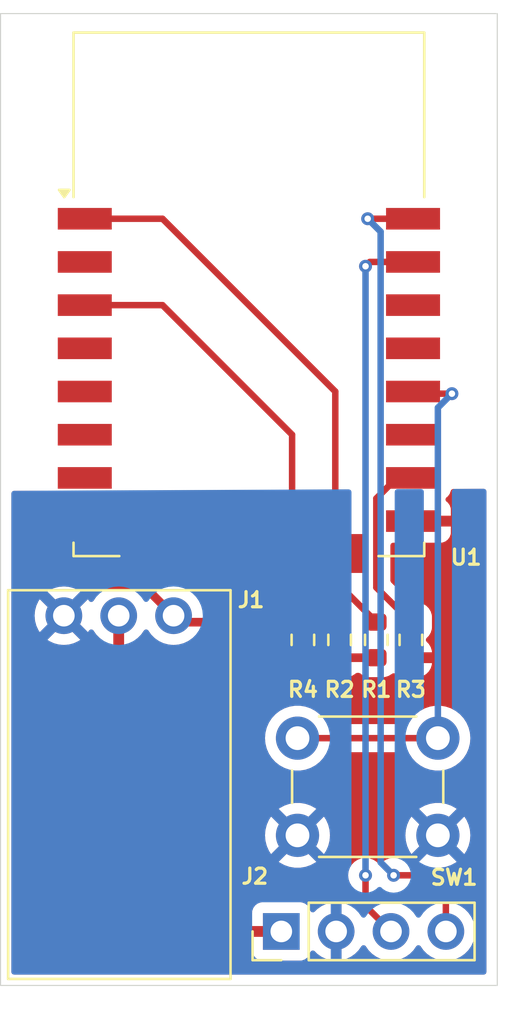
<source format=kicad_pcb>
(kicad_pcb (version 20240108) (generator "pcbnew") (generator_version "8.0")
  (layers (0 "F.Cu" signal) (31 "B.Cu" signal) (34 "B.Paste" user) (35 "F.Paste" user) (36 "B.SilkS" user "B.Silkscreen") (37 "F.SilkS" user "F.Silkscreen") (38 "B.Mask" user) (39 "F.Mask" user) (44 "Edge.Cuts" user))
  (net 0 "")
  (net 1 "VCC")
  (net 2 "VDD")
  (net 3 "GND")
  (net 4 "/UART_RX")
  (net 5 "/UART_TX")
  (net 6 "Net-(U1-~{RST})")
  (net 7 "Net-(U1-EN)")
  (net 8 "Net-(U1-GPIO15)")
  (net 9 "Net-(U1-GPIO0)")
  (footprint "Connector_PinHeader_2.54mm:PinHeader_1x04_P2.54mm_Vertical" (layer "F.Cu") (at 13 -2.5 90)
    (property "Reference" "J2" (at 2.55 -1.225 180) (layer "F.SilkS") (effects (font (size 0.7 0.7))))
    (property "Value" "AC_OUTPUT")
    (fp_line (start -1.33 -1.33) (end 0 -1.33) (stroke (width 0.12)) (layer "F.SilkS"))
    (fp_line (start -1.33 0) (end -1.33 -1.33) (stroke (width 0.12)) (layer "F.SilkS"))
    (fp_line (start 1.33 1.27) (end 1.33 8.95) (stroke (width 0.12)) (layer "F.SilkS"))
    (fp_line (start -1.33 1.27) (end 1.33 1.27) (stroke (width 0.12)) (layer "F.SilkS"))
    (fp_line (start -1.33 1.27) (end -1.33 8.95) (stroke (width 0.12)) (layer "F.SilkS"))
    (fp_line (start -1.33 8.95) (end 1.33 8.95) (stroke (width 0.12)) (layer "F.SilkS"))
    (pad "1" thru_hole rect (at 0 0 90) (size 1.7 1.7) (drill 1) (layers "*.Cu" "*.Mask") (net 2 "VDD"))
    (pad "2" thru_hole oval (at 0 2.54 90) (size 1.7 1.7) (drill 1) (layers "*.Cu" "*.Mask") (net 3 "GND"))
    (pad "3" thru_hole oval (at 0 5.08 90) (size 1.7 1.7) (drill 1) (layers "*.Cu" "*.Mask") (net 4 "/UART_RX"))
    (pad "4" thru_hole oval (at 0 7.62 90) (size 1.7 1.7) (drill 1) (layers "*.Cu" "*.Mask") (net 5 "/UART_TX"))
  )
  (footprint "ac-freedom_to-esphome:DD4012SA" (layer "F.Cu") (at 5.35 -9.3 180)
    (property "Reference" "J1" (at -6.25 8.55 180) (layer "F.SilkS") (effects (font (size 0.7 0.7) (thickness 0.15) (bold yes))))
    (property "Value" "DD4012SA")
    (fp_line (start 5 9) (end -5.3 9) (stroke (width 0.12)) (layer "F.SilkS"))
    (fp_line (start 5 -9) (end 5 9) (stroke (width 0.12)) (layer "F.SilkS"))
    (fp_line (start -5.3 9) (end -5.3 -9) (stroke (width 0.12)) (layer "F.SilkS"))
    (fp_line (start -5.3 -9) (end 5 -9) (stroke (width 0.12)) (layer "F.SilkS"))
    (pad "1" thru_hole circle (at -2.6614 7.82 180) (size 1.7 1.7) (drill 1) (layers "*.Cu" "*.Mask") (net 1 "VCC"))
    (pad "2" thru_hole circle (at -0.1214 7.82 180) (size 1.7 1.7) (drill 1) (layers "*.Cu" "*.Mask") (net 2 "VDD"))
    (pad "3" thru_hole circle (at 2.4186 7.82 180) (size 1.7 1.7) (drill 1) (layers "*.Cu" "*.Mask") (net 3 "GND"))
  )
  (footprint "Resistor_SMD:R_0603_1608Metric" (layer "F.Cu") (at 15.7 -16 90)
    (property "Reference" "R2" (at -2.3 0 0) (layer "F.SilkS") (effects (font (size 0.7 0.7))))
    (property "Value" "10K")
    (fp_line (start -0.237258 -0.5225) (end 0.237258 -0.5225) (stroke (width 0.12)) (layer "F.SilkS"))
    (fp_line (start -0.237258 0.5225) (end 0.237258 0.5225) (stroke (width 0.12)) (layer "F.SilkS"))
    (pad "1" smd roundrect (at -0.825 0 90) (size 0.8 0.95) (layers "F.Cu" "F.Paste" "F.Mask") (net 1 "VCC"))
    (pad "2" smd roundrect (at 0.825 0 90) (size 0.8 0.95) (layers "F.Cu" "F.Paste" "F.Mask") (net 7 "Net-(U1-EN)"))
  )
  (footprint "RF_Module:ESP-12E" (layer "F.Cu") (at 11.5 -32)
    (property "Reference" "U1" (at 10.055 12.18 0) (layer "F.SilkS") (effects (font (size 0.7 0.7))))
    (property "Value" "ESP-12E")
    (fp_line (start -8.12 -12.12) (end 8.12 -12.12) (stroke (width 0.12)) (layer "F.SilkS"))
    (fp_line (start -8.12 -4.5) (end -8.12 -12.12) (stroke (width 0.12)) (layer "F.SilkS"))
    (fp_line (start -8.12 12.12) (end -8.12 11.5) (stroke (width 0.12)) (layer "F.SilkS"))
    (fp_line (start -6 12.12) (end -8.12 12.12) (stroke (width 0.12)) (layer "F.SilkS"))
    (fp_line (start 8.12 -12.12) (end 8.12 -4.5) (stroke (width 0.12)) (layer "F.SilkS"))
    (fp_line (start 8.12 11.5) (end 8.12 12.12) (stroke (width 0.12)) (layer "F.SilkS"))
    (fp_line (start 8.12 12.12) (end 6 12.12) (stroke (width 0.12)) (layer "F.SilkS"))
    (fp_poly (pts (xy -8.55 -4.5) (xy -8.79 -4.836) (xy -8.31 -4.836) (xy -8.55 -4.5)) (stroke (width 0.12)) (fill solid) (layer "F.SilkS"))
    (pad "1" smd rect (at -7.6 -3.5) (size 2.5 1) (layers "F.Cu" "F.Paste" "F.Mask") (net 6 "Net-(U1-~{RST})"))
    (pad "2" smd rect (at -7.6 -1.5) (size 2.5 1) (layers "F.Cu" "F.Paste" "F.Mask"))
    (pad "3" smd rect (at -7.6 0.5) (size 2.5 1) (layers "F.Cu" "F.Paste" "F.Mask") (net 7 "Net-(U1-EN)"))
    (pad "4" smd rect (at -7.6 2.5) (size 2.5 1) (layers "F.Cu" "F.Paste" "F.Mask"))
    (pad "5" smd rect (at -7.6 4.5) (size 2.5 1) (layers "F.Cu" "F.Paste" "F.Mask"))
    (pad "6" smd rect (at -7.6 6.5) (size 2.5 1) (layers "F.Cu" "F.Paste" "F.Mask"))
    (pad "7" smd rect (at -7.6 8.5) (size 2.5 1) (layers "F.Cu" "F.Paste" "F.Mask"))
    (pad "8" smd rect (at -7.6 10.5) (size 2.5 1) (layers "F.Cu" "F.Paste" "F.Mask") (net 1 "VCC"))
    (pad "9" smd rect (at -5 12) (size 1 1.8) (layers "F.Cu" "F.Paste" "F.Mask"))
    (pad "10" smd rect (at -3 12) (size 1 1.8) (layers "F.Cu" "F.Paste" "F.Mask"))
    (pad "11" smd rect (at -1 12) (size 1 1.8) (layers "F.Cu" "F.Paste" "F.Mask"))
    (pad "12" smd rect (at 1 12) (size 1 1.8) (layers "F.Cu" "F.Paste" "F.Mask"))
    (pad "13" smd rect (at 3 12) (size 1 1.8) (layers "F.Cu" "F.Paste" "F.Mask"))
    (pad "14" smd rect (at 5 12) (size 1 1.8) (layers "F.Cu" "F.Paste" "F.Mask"))
    (pad "15" smd rect (at 7.6 10.5) (size 2.5 1) (layers "F.Cu" "F.Paste" "F.Mask") (net 3 "GND"))
    (pad "16" smd rect (at 7.6 8.5) (size 2.5 1) (layers "F.Cu" "F.Paste" "F.Mask") (net 8 "Net-(U1-GPIO15)"))
    (pad "17" smd rect (at 7.6 6.5) (size 2.5 1) (layers "F.Cu" "F.Paste" "F.Mask"))
    (pad "18" smd rect (at 7.6 4.5) (size 2.5 1) (layers "F.Cu" "F.Paste" "F.Mask") (net 9 "Net-(U1-GPIO0)"))
    (pad "19" smd rect (at 7.6 2.5) (size 2.5 1) (layers "F.Cu" "F.Paste" "F.Mask"))
    (pad "20" smd rect (at 7.6 0.5) (size 2.5 1) (layers "F.Cu" "F.Paste" "F.Mask"))
    (pad "21" smd rect (at 7.6 -1.5) (size 2.5 1) (layers "F.Cu" "F.Paste" "F.Mask") (net 4 "/UART_RX"))
    (pad "22" smd rect (at 7.6 -3.5) (size 2.5 1) (layers "F.Cu" "F.Paste" "F.Mask") (net 5 "/UART_TX"))
    (zone (net 0) (net_name "") (layers "*.Cu") (connect_pads (clearance 0)) (min_thickness 0.254)
      (keepout (tracks not_allowed) (vias not_allowed) (pads not_allowed) (copperpour not_allowed) (footprints not_allowed))
      (fill (thermal_gap 0.508) (thermal_bridge_width 0.508))
      (polygon (pts (xy 3.38 -36.8) (xy 19.62 -36.8) (xy 19.62 -44.12) (xy 3.38 -44.12)))
    )
  )
  (footprint "Resistor_SMD:R_0603_1608Metric" (layer "F.Cu") (at 17.4 -16 90)
    (property "Reference" "R1" (at -2.3 0 180) (layer "F.SilkS") (effects (font (size 0.7 0.7))))
    (property "Value" "10K")
    (fp_line (start -0.237258 -0.5225) (end 0.237258 -0.5225) (stroke (width 0.12)) (layer "F.SilkS"))
    (fp_line (start -0.237258 0.5225) (end 0.237258 0.5225) (stroke (width 0.12)) (layer "F.SilkS"))
    (pad "1" smd roundrect (at -0.825 0 90) (size 0.8 0.95) (layers "F.Cu" "F.Paste" "F.Mask") (net 1 "VCC"))
    (pad "2" smd roundrect (at 0.825 0 90) (size 0.8 0.95) (layers "F.Cu" "F.Paste" "F.Mask") (net 6 "Net-(U1-~{RST})"))
  )
  (footprint "Resistor_SMD:R_0603_1608Metric" (layer "F.Cu") (at 14 -16 -90)
    (property "Reference" "R4" (at 2.3 0 180) (layer "F.SilkS") (effects (font (size 0.7 0.7))))
    (property "Value" "10K")
    (fp_line (start -0.237258 0.5225) (end 0.237258 0.5225) (stroke (width 0.12)) (layer "F.SilkS"))
    (fp_line (start -0.237258 -0.5225) (end 0.237258 -0.5225) (stroke (width 0.12)) (layer "F.SilkS"))
    (pad "1" smd roundrect (at -0.825 0 270) (size 0.8 0.95) (layers "F.Cu" "F.Paste" "F.Mask") (net 1 "VCC"))
    (pad "2" smd roundrect (at 0.825 0 270) (size 0.8 0.95) (layers "F.Cu" "F.Paste" "F.Mask") (net 3 "GND"))
  )
  (footprint "Resistor_SMD:R_0603_1608Metric" (layer "F.Cu") (at 19 -16 -90)
    (property "Reference" "R3" (at 2.3 0 180) (layer "F.SilkS") (effects (font (size 0.7 0.7))))
    (property "Value" "10K")
    (fp_line (start -0.237258 0.5225) (end 0.237258 0.5225) (stroke (width 0.12)) (layer "F.SilkS"))
    (fp_line (start -0.237258 -0.5225) (end 0.237258 -0.5225) (stroke (width 0.12)) (layer "F.SilkS"))
    (pad "1" smd roundrect (at -0.825 0 270) (size 0.8 0.95) (layers "F.Cu" "F.Paste" "F.Mask") (net 8 "Net-(U1-GPIO15)"))
    (pad "2" smd roundrect (at 0.825 0 270) (size 0.8 0.95) (layers "F.Cu" "F.Paste" "F.Mask") (net 3 "GND"))
  )
  (footprint "Button_Switch_THT:SW_PUSH_6mm" (layer "F.Cu") (at 13.75 -11.45)
    (property "Reference" "SW1" (at 7.25 6.45 180) (layer "F.SilkS") (effects (font (size 0.7 0.7))))
    (property "Value" "Bootloader")
    (fp_line (start -0.25 1.5) (end -0.25 3) (stroke (width 0.12)) (layer "F.SilkS"))
    (fp_line (start 1 5.5) (end 5.5 5.5) (stroke (width 0.12)) (layer "F.SilkS"))
    (fp_line (start 5.5 -1) (end 1 -1) (stroke (width 0.12)) (layer "F.SilkS"))
    (fp_line (start 6.75 3) (end 6.75 1.5) (stroke (width 0.12)) (layer "F.SilkS"))
    (pad "1" thru_hole circle (at 0 0 90) (size 2 2) (drill 1.1) (layers "*.Cu" "*.Mask") (net 9 "Net-(U1-GPIO0)"))
    (pad "1" thru_hole circle (at 6.5 0 90) (size 2 2) (drill 1.1) (layers "*.Cu" "*.Mask") (net 9 "Net-(U1-GPIO0)"))
    (pad "2" thru_hole circle (at 0 4.5 90) (size 2 2) (drill 1.1) (layers "*.Cu" "*.Mask") (net 3 "GND"))
    (pad "2" thru_hole circle (at 6.5 4.5 90) (size 2 2) (drill 1.1) (layers "*.Cu" "*.Mask") (net 3 "GND"))
  )
  (gr_rect (start 0 -45) (end 23 0) (stroke (width 0.05)) (fill none) (layer "Edge.Cuts"))
  (segment (start 13.17 -16.82) (end 8.3114 -16.82) (width 0.4) (layer "F.Cu") (net 1))
  (segment (start 15.65 -15.175) (end 14 -16.825) (width 0.4) (layer "F.Cu") (net 1))
  (segment (start 17.4 -15.175) (end 15.7 -15.175) (width 0.4) (layer "F.Cu") (net 1))
  (segment (start 13.175 -16.825) (end 13.17 -16.82) (width 0.4) (layer "F.Cu") (net 1))
  (segment (start 3.9 -19.5) (end 3.9 -21.5) (width 0.4) (layer "F.Cu") (net 1))
  (segment (start 4.85 -18.55) (end 3.9 -19.5) (width 0.4) (layer "F.Cu") (net 1))
  (segment (start 6.5814 -18.55) (end 4.85 -18.55) (width 0.4) (layer "F.Cu") (net 1))
  (segment (start 15.7 -15.175) (end 15.65 -15.175) (width 0.4) (layer "F.Cu") (net 1))
  (segment (start 14 -16.825) (end 13.175 -16.825) (width 0.4) (layer "F.Cu") (net 1))
  (segment (start 8.3114 -16.82) (end 6.5814 -18.55) (width 0.4) (layer "F.Cu") (net 1))
  (segment (start 5.4714 -17.0114) (end 5.56 -17.1) (width 0.5) (layer "F.Cu") (net 2))
  (segment (start 7.5 -2.5) (end 5.4714 -4.5286) (width 0.5) (layer "F.Cu") (net 2))
  (segment (start 5.4714 -4.5286) (end 5.4714 -17.0114) (width 0.5) (layer "F.Cu") (net 2))
  (segment (start 13 -2.5) (end 7.5 -2.5) (width 0.5) (layer "F.Cu") (net 2))
  (segment (start 16.9 -33.3) (end 17.1 -33.5) (width 0.3) (layer "F.Cu") (net 4))
  (segment (start 17.1 -33.5) (end 19.1 -33.5) (width 0.3) (layer "F.Cu") (net 4))
  (segment (start 16.9 -3.68) (end 18.08 -2.5) (width 0.3) (layer "F.Cu") (net 4))
  (segment (start 16.9 -5.1) (end 16.9 -3.68) (width 0.3) (layer "F.Cu") (net 4))
  (via (at 16.9 -33.3) (size 0.6) (drill 0.3) (layers "F.Cu" "B.Cu") (net 4))
  (via (at 16.9 -5.1) (size 0.6) (drill 0.3) (layers "F.Cu" "B.Cu") (net 4))
  (segment (start 16.9 -5.1) (end 16.9 -33.3) (width 0.3) (layer "B.Cu") (net 4))
  (segment (start 17 -35.5) (end 19.1 -35.5) (width 0.3) (layer "F.Cu") (net 5))
  (segment (start 19.4 -5.1) (end 20.62 -3.88) (width 0.3) (layer "F.Cu") (net 5))
  (segment (start 18.2 -5.1) (end 19.4 -5.1) (width 0.3) (layer "F.Cu") (net 5))
  (segment (start 20.62 -3.88) (end 20.62 -2.5) (width 0.3) (layer "F.Cu") (net 5))
  (via (at 18.2 -5.1) (size 0.6) (drill 0.3) (layers "F.Cu" "B.Cu") (net 5))
  (via (at 17 -35.5) (size 0.6) (drill 0.3) (layers "F.Cu" "B.Cu") (net 5))
  (segment (start 17.6 -34.9) (end 17 -35.5) (width 0.3) (layer "B.Cu") (net 5))
  (segment (start 17.6 -5.7) (end 17.6 -34.9) (width 0.3) (layer "B.Cu") (net 5))
  (segment (start 18.2 -5.1) (end 17.6 -5.7) (width 0.3) (layer "B.Cu") (net 5))
  (segment (start 15.5 -27.5) (end 7.5 -35.5) (width 0.3) (layer "F.Cu") (net 6))
  (segment (start 7.5 -35.5) (end 3.9 -35.5) (width 0.3) (layer "F.Cu") (net 6))
  (segment (start 17.4 -16.825) (end 15.5 -18.725) (width 0.3) (layer "F.Cu") (net 6))
  (segment (start 15.5 -18.725) (end 15.5 -27.5) (width 0.3) (layer "F.Cu") (net 6))
  (segment (start 7.5 -31.5) (end 3.9 -31.5) (width 0.3) (layer "F.Cu") (net 7))
  (segment (start 15.7 -16.825) (end 13.5 -19.025) (width 0.3) (layer "F.Cu") (net 7))
  (segment (start 13.5 -19.025) (end 13.5 -25.5) (width 0.3) (layer "F.Cu") (net 7))
  (segment (start 13.5 -25.5) (end 7.5 -31.5) (width 0.3) (layer "F.Cu") (net 7))
  (segment (start 19 -16.825) (end 17.4 -18.425) (width 0.3) (layer "F.Cu") (net 8))
  (segment (start 18.35 -23.5) (end 19.1 -23.5) (width 0.3) (layer "F.Cu") (net 8))
  (segment (start 17.4 -18.425) (end 17.4 -22.55) (width 0.3) (layer "F.Cu") (net 8))
  (segment (start 17.4 -22.55) (end 18.35 -23.5) (width 0.3) (layer "F.Cu") (net 8))
  (segment (start 19.2 -27.4) (end 19.1 -27.5) (width 0.3) (layer "F.Cu") (net 9))
  (segment (start 20.9 -27.4) (end 19.2 -27.4) (width 0.3) (layer "F.Cu") (net 9))
  (segment (start 13.75 -11.45) (end 20.25 -11.45) (width 0.3) (layer "F.Cu") (net 9))
  (via (at 20.9 -27.4) (size 0.6) (drill 0.3) (layers "F.Cu" "B.Cu") (net 9))
  (segment (start 20.25 -26.75) (end 20.25 -11.45) (width 0.3) (layer "B.Cu") (net 9))
  (segment (start 20.9 -27.4) (end 20.25 -26.75) (width 0.3) (layer "B.Cu") (net 9))
  (zone (net 0) (net_name "") (layers "F&B.Cu") (connect_pads (clearance 0)) (min_thickness 0.25)
    (keepout (tracks allowed) (vias allowed) (pads allowed) (copperpour not_allowed) (footprints allowed))
    (fill (thermal_gap 0.5) (thermal_bridge_width 0.5))
    (polygon (pts (xy 0 -45) (xy 23 -45) (xy 23 -23) (xy 0 -22.9)))
  )
  (zone (net 3) (net_name "GND") (layers "F&B.Cu") (connect_pads (clearance 0.5)) (min_thickness 0.25) (fill yes (thermal_gap 0.5) (thermal_bridge_width 0.5))
    (polygon (pts (xy 0 -45) (xy 23 -45) (xy 23 0) (xy 0 0)))
  )
)
</source>
